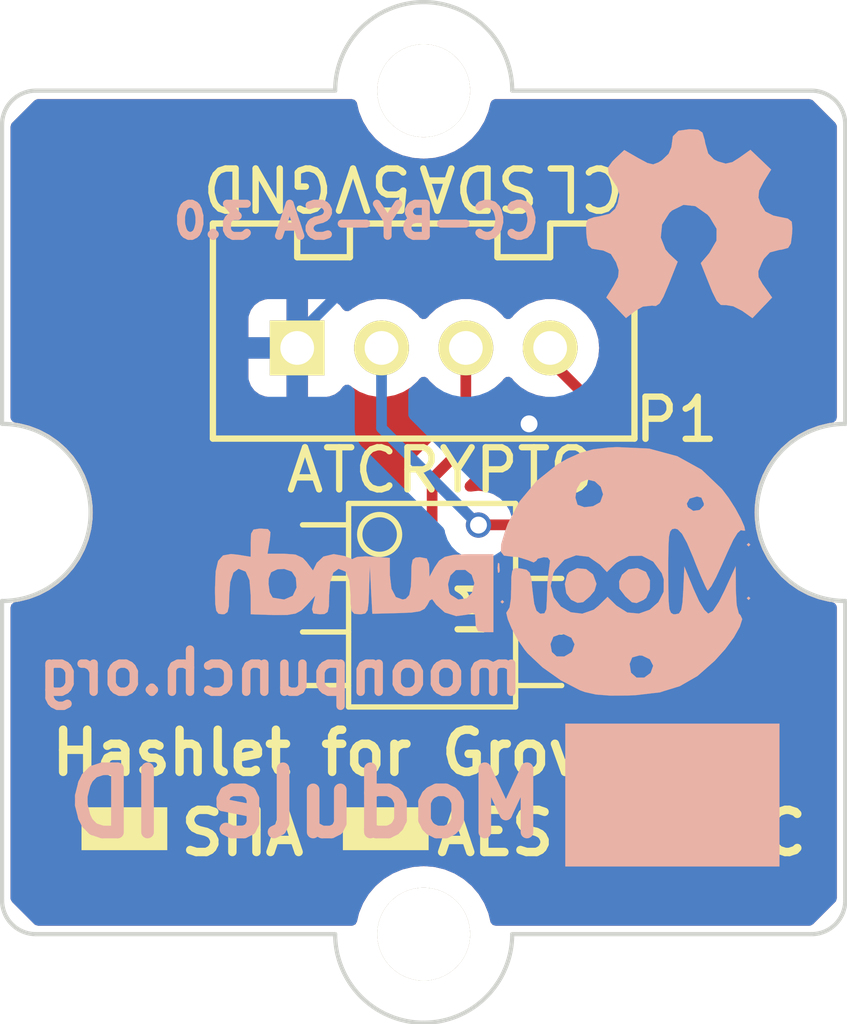
<source format=kicad_pcb>
(kicad_pcb (version 20221018) (generator pcbnew)
  (layers (0 "F.Cu" signal) (31 "B.Cu" signal) (34 "B.Paste" user) (35 "F.Paste" user) (36 "B.SilkS" user) (37 "F.SilkS" user) (38 "B.Mask" user) (39 "F.Mask" user) (44 "Edge.Cuts" user))
  (net 0 "")
  (net 1 "/SCL")
  (net 2 "/SDA")
  (net 3 "/VCC")
  (net 4 "GND")
  (footprint "so-8" (layer "F.Cu") (at 210.2 142.2 -90)
    (fp_text reference "U1" (at 0 -1.016 270) (layer "F.SilkS") (effects (font (size 0.7493 0.7493) (thickness 0.14986))))
    (fp_text value "ATCRYPTO" (at -3.2 -0.2) (layer "F.SilkS") (effects (font (thickness 0.14986))))
    (fp_line (start -2.413 -1.9812) (end -2.413 1.9812) (stroke (width 0.127)) (layer "F.SilkS"))
    (fp_line (start -2.413 1.9812) (end 2.413 1.9812) (stroke (width 0.127)) (layer "F.SilkS"))
    (fp_line (start -1.905 -1.9812) (end -1.905 -3.0734) (stroke (width 0.127)) (layer "F.SilkS"))
    (fp_line (start -1.905 3.0734) (end -1.905 1.9812) (stroke (width 0.127)) (layer "F.SilkS"))
    (fp_line (start -0.635 -1.9812) (end -0.635 -3.0734) (stroke (width 0.127)) (layer "F.SilkS"))
    (fp_line (start -0.635 3.0734) (end -0.635 1.9812) (stroke (width 0.127)) (layer "F.SilkS"))
    (fp_line (start 0.635 -1.9812) (end 0.635 -3.0734) (stroke (width 0.127)) (layer "F.SilkS"))
    (fp_line (start 0.635 3.0734) (end 0.635 1.9812) (stroke (width 0.127)) (layer "F.SilkS"))
    (fp_line (start 1.905 -3.0734) (end 1.905 -1.9812) (stroke (width 0.127)) (layer "F.SilkS"))
    (fp_line (start 1.905 1.9812) (end 1.905 3.0734) (stroke (width 0.127)) (layer "F.SilkS"))
    (fp_line (start 2.413 -1.9812) (end -2.413 -1.9812) (stroke (width 0.127)) (layer "F.SilkS"))
    (fp_line (start 2.413 1.9812) (end 2.413 -1.9812) (stroke (width 0.127)) (layer "F.SilkS"))
    (fp_circle (center -1.6764 1.2446) (end -1.9558 1.6256) (stroke (width 0.127)) (fill none) (layer "F.SilkS"))
    (pad "1" smd rect (at -1.905 2.794 270) (size 0.635 1.27) (layers "F.Cu" "F.Paste" "F.Mask"))
    (pad "2" smd rect (at -0.635 2.794 270) (size 0.635 1.27) (layers "F.Cu" "F.Paste" "F.Mask"))
    (pad "3" smd rect (at 0.635 2.794 270) (size 0.635 1.27) (layers "F.Cu" "F.Paste" "F.Mask"))
    (pad "4" smd rect (at 1.905 2.794 270) (size 0.635 1.27) (layers "F.Cu" "F.Paste" "F.Mask") (net 4 "GND"))
    (pad "5" smd rect (at 1.905 -2.794 270) (size 0.635 1.27) (layers "F.Cu" "F.Paste" "F.Mask") (net 2 "/SDA"))
    (pad "6" smd rect (at 0.635 -2.794 270) (size 0.635 1.27) (layers "F.Cu" "F.Paste" "F.Mask") (net 1 "/SCL"))
    (pad "7" smd rect (at -0.635 -2.794 270) (size 0.635 1.27) (layers "F.Cu" "F.Paste" "F.Mask"))
    (pad "8" smd rect (at -1.905 -2.794 270) (size 0.635 1.27) (layers "F.Cu" "F.Paste" "F.Mask") (net 3 "/VCC"))
  )
  (footprint "TWIG_2.0" (layer "F.Cu") (at 210 136.1)
    (fp_text reference "P1" (at 6 1.7) (layer "F.SilkS"))
    (fp_text value "TWIG_2.0" hide)
    (fp_line (start -5 -2.95) (end -5 2.15) (stroke (width 0.15)) (layer "F.SilkS"))
    (fp_line (start -5 2.15) (end 5 2.15) (stroke (width 0.15)) (layer "F.SilkS"))
    (fp_line (start -3 -2.95) (end -5 -2.95) (stroke (width 0.15)) (layer "F.SilkS"))
    (fp_line (start -3 -2.15) (end -3 -2.95) (stroke (width 0.15)) (layer "F.SilkS"))
    (fp_line (start -1.75 -2.95) (end -1.75 -2.15) (stroke (width 0.15)) (layer "F.SilkS"))
    (fp_line (start -1.75 -2.15) (end -3 -2.15) (stroke (width 0.15)) (layer "F.SilkS"))
    (fp_line (start 1.75 -2.95) (end -1.75 -2.95) (stroke (width 0.15)) (layer "F.SilkS"))
    (fp_line (start 1.75 -2.15) (end 1.75 -2.95) (stroke (width 0.15)) (layer "F.SilkS"))
    (fp_line (start 3 -2.95) (end 3 -2.15) (stroke (width 0.15)) (layer "F.SilkS"))
    (fp_line (start 3 -2.15) (end 1.75 -2.15) (stroke (width 0.15)) (layer "F.SilkS"))
    (fp_line (start 5 -2.95) (end 3 -2.95) (stroke (width 0.15)) (layer "F.SilkS"))
    (fp_line (start 5 2.15) (end 5 -2.95) (stroke (width 0.15)) (layer "F.SilkS"))
    (pad "1" thru_hole rect (at -3 0) (size 1.3 1.3) (drill 0.8) (layers "*.Cu" "*.Mask" "F.SilkS") (net 4 "GND"))
    (pad "2" thru_hole circle (at -1 0) (size 1.3 1.3) (drill 0.8) (layers "*.Cu" "*.Mask" "F.SilkS") (net 3 "/VCC"))
    (pad "3" thru_hole circle (at 1 0) (size 1.3 1.3) (drill 0.8) (layers "*.Cu" "*.Mask" "F.SilkS") (net 2 "/SDA"))
    (pad "4" thru_hole circle (at 3 0) (size 1.3 1.3) (drill 0.8) (layers "*.Cu" "*.Mask" "F.SilkS") (net 1 "/SCL"))
  )
  (footprint "CHIPPAD" (layer "F.Cu") (at 202.9 147.5)
    (fp_text reference "G***" hide)
    (fp_text value "CHIPPAD" hide)
    (fp_poly (pts (xy 1.016 0.508) (xy 0 0.508) (xy -1.016 0.508) (xy -1.016 0) (xy -1.016 -0.508) (xy 0 -0.508) (xy 1.016 -0.508) (xy 1.016 0) (xy 1.016 0.508)) (stroke (width 0.00254)) (fill solid) (layer "F.SilkS"))
  )
  (footprint "CHIPPAD" (layer "F.Cu") (at 209.1 147.5)
    (fp_text reference "G***" hide)
    (fp_text value "CHIPPAD" hide)
    (fp_poly (pts (xy 1.016 0.508) (xy 0 0.508) (xy -1.016 0.508) (xy -1.016 0) (xy -1.016 -0.508) (xy 0 -0.508) (xy 1.016 -0.508) (xy 1.016 0) (xy 1.016 0.508)) (stroke (width 0.00254)) (fill solid) (layer "F.SilkS"))
  )
  (footprint "CHIPPAD" (layer "F.Cu") (at 215 147.5)
    (fp_text reference "G***" hide)
    (fp_text value "CHIPPAD" hide)
    (fp_poly (pts (xy 1.016 0.508) (xy 0 0.508) (xy -1.016 0.508) (xy -1.016 0) (xy -1.016 -0.508) (xy 0 -0.508) (xy 1.016 -0.508) (xy 1.016 0) (xy 1.016 0.508)) (stroke (width 0.00254)) (fill solid) (layer "F.SilkS"))
  )
  (footprint "1pin" (layer "F.Cu") (at 210 130)
    (fp_text reference "HoleA" hide)
    (fp_text value "P***" hide)
    (pad "1" thru_hole circle (at 0 0) (size 2.2 2.2) (drill 2.2) (layers "*.Cu" "*.Mask" "F.SilkS"))
  )
  (footprint "1pin" (layer "F.Cu") (at 210 150)
    (fp_text reference "HoleB" hide)
    (fp_text value "P***" hide)
    (pad "1" thru_hole circle (at 0 0) (size 2.2 2.2) (drill 2.2) (layers "*.Cu" "*.Mask" "F.SilkS"))
  )
  (footprint "OSHW" (layer "B.Cu") (at 216.3 133.2)
    (fp_text reference "G***" hide)
    (fp_text value "LOGO" hide)
    (fp_poly (pts (xy 2.44602 0.06604) (xy 2.4384 0.19812) (xy 2.41046 0.42164) (xy 2.34442 0.52832) (xy 2.1971 0.56896) (xy 2.1336 0.57658) (xy 1.91262 0.635) (xy 1.76784 0.78994) (xy 1.71958 0.88392) (xy 1.6383 1.0795) (xy 1.64338 1.2192) (xy 1.7399 1.38684) (xy 1.77546 1.4351) (xy 1.96596 1.70434) (xy 1.73228 1.94818) (xy 1.4986 2.19456) (xy 1.25222 2.0193) (xy 1.04394 1.91262) (xy 0.86106 1.88214) (xy 0.84582 1.88468) (xy 0.74676 1.8796) (xy 0.65278 1.78562) (xy 0.5461 1.57226) (xy 0.48006 1.4097) (xy 0.27178 0.889) (xy 0.47498 0.65024) (xy 0.64516 0.3556) (xy 0.6477 0.07366) (xy 0.48006 -0.20574) (xy 0.42926 -0.26162) (xy 0.14478 -0.46228) (xy -0.13716 -0.49276) (xy -0.40894 -0.35814) (xy -0.4699 -0.30226) (xy -0.64516 -0.0254) (xy -0.67564 0.28194) (xy -0.56388 0.56642) (xy -0.47752 0.66802) (xy -0.27432 0.85598) (xy -0.49022 1.39954) (xy -0.61214 1.68656) (xy -0.70358 1.84658) (xy -0.79248 1.905) (xy -0.88646 1.89738) (xy -1.10236 1.92024) (xy -1.2827 2.02184) (xy -1.50114 2.19202) (xy -1.73482 1.94818) (xy -1.9685 1.70434) (xy -1.79578 1.4224) (xy -1.6891 1.2192) (xy -1.67386 1.05918) (xy -1.73736 0.87122) (xy -1.85928 0.6731) (xy -2.04216 0.58928) (xy -2.1336 0.57658) (xy -2.3114 0.5461) (xy -2.39776 0.46482) (xy -2.43332 0.28448) (xy -2.44094 0.1905) (xy -2.44856 -0.03556) (xy -2.40538 -0.14732) (xy -2.26314 -0.19812) (xy -2.12852 -0.22098) (xy -1.88976 -0.28194) (xy -1.76022 -0.39878) (xy -1.69926 -0.52832) (xy -1.65608 -0.73914) (xy -1.71704 -0.92202) (xy -1.78054 -1.01854) (xy -1.91262 -1.22936) (xy -1.92786 -1.37668) (xy -1.82626 -1.52146) (xy -1.74498 -1.60274) (xy -1.54178 -1.79324) (xy -1.2065 -1.6002) (xy -0.99314 -1.4859) (xy -0.85852 -1.45288) (xy -0.73406 -1.4986) (xy -0.6477 -1.55194) (xy -0.49022 -1.70434) (xy -0.42418 -1.85928) (xy -0.38862 -2.11836) (xy -0.25654 -2.25044) (xy -0.00254 -2.286) (xy 0 -2.286) (xy 0.21082 -2.27584) (xy 0.31242 -2.20726) (xy 0.36576 -2.032) (xy 0.37846 -1.9558) (xy 0.44958 -1.70942) (xy 0.58674 -1.56972) (xy 0.67818 -1.524) (xy 0.8636 -1.47066) (xy 1.02108 -1.50622) (xy 1.18618 -1.61036) (xy 1.45034 -1.79832) (xy 1.69672 -1.56464) (xy 1.9431 -1.32842) (xy 1.7653 -1.0414) (xy 1.65608 -0.83058) (xy 1.64084 -0.66548) (xy 1.69164 -0.51308) (xy 1.8034 -0.33528) (xy 1.9939 -0.23876) (xy 2.12852 -0.21082) (xy 2.33934 -0.16764) (xy 2.43078 -0.09398) (xy 2.44602 0.06604)) (stroke (width 0.00254)) (fill solid) (layer "B.SilkS"))
  )
  (footprint "LOGO" (layer "B.Cu") (at 215.9 146.7)
    (fp_text reference "G***" hide)
    (fp_text value "LOGO" hide)
    (fp_poly (pts (xy 2.54 1.69418) (xy 0 1.69418) (xy -2.54 1.69418) (xy -2.54 0) (xy -2.54 -1.69164) (xy 0 -1.69164) (xy 2.54 -1.69164) (xy 2.54 0) (xy 2.54 1.69418)) (stroke (width 0.00254)) (fill solid) (layer "B.SilkS"))
  )
  (footprint "MOONPUNCHLOGO" (layer "B.Cu") (at 211.4 141.4)
    (fp_text reference "G***" hide)
    (fp_text value "MOONPUNCHLOGO" hide)
    (fp_poly (pts (xy 0.508 0.72136) (xy 0.46482 0.762) (xy 0.42164 0.72136) (xy 0.46482 0.67818) (xy 0.508 0.72136)) (stroke (width 0.00254)) (fill solid) (layer "B.SilkS"))
    (fp_poly (pts (xy 6.35 -0.635) (xy 6.30682 -0.59182) (xy 6.26364 -0.635) (xy 6.30682 -0.67564) (xy 6.35 -0.635)) (stroke (width 0.00254)) (fill solid) (layer "B.SilkS"))
    (fp_poly (pts (xy 6.35 0.635) (xy 6.30682 0.67818) (xy 6.26364 0.635) (xy 6.30682 0.59436) (xy 6.35 0.635)) (stroke (width 0.00254)) (fill solid) (layer "B.SilkS"))
    (fp_poly (pts (xy 0.40386 -0.01778) (xy 0.3937 0.02286) (xy 0.36322 0.03302) (xy 0.35052 -0.08382) (xy 0.36322 -0.2032) (xy 0.3937 -0.1905) (xy 0.40386 -0.01778)) (stroke (width 0.00254)) (fill solid) (layer "B.SilkS"))
    (fp_poly (pts (xy 2.70002 0.2921) (xy 2.65176 0.45974) (xy 2.54 0.59436) (xy 2.37998 0.72898) (xy 2.2479 0.74422) (xy 2.0955 0.67056) (xy 1.98374 0.5207) (xy 1.94818 0.29972) (xy 1.99898 0.08636) (xy 2.04724 0.01778) (xy 2.23774 -0.0762) (xy 2.45364 -0.05588) (xy 2.61366 0.06604) (xy 2.62128 0.07874) (xy 2.70002 0.2921)) (stroke (width 0.00254)) (fill solid) (layer "B.SilkS"))
    (fp_poly (pts (xy 3.96748 0.20574) (xy 3.96494 0.43434) (xy 3.87858 0.62484) (xy 3.81508 0.67564) (xy 3.65252 0.7493) (xy 3.54076 0.73152) (xy 3.39852 0.60452) (xy 3.38582 0.59436) (xy 3.24358 0.40894) (xy 3.23596 0.23622) (xy 3.30454 0.07874) (xy 3.45694 -0.0508) (xy 3.6703 -0.07874) (xy 3.86588 0.00762) (xy 3.87604 0.01778) (xy 3.96748 0.20574)) (stroke (width 0.00254)) (fill solid) (layer "B.SilkS"))
    (fp_poly (pts (xy 0.254 1.44018) (xy 0.04064 1.44018) (xy -0.11176 1.41224) (xy -0.1651 1.2954) (xy -0.17018 1.18872) (xy -0.18288 1.016) (xy -0.19812 1.00584) (xy -0.19812 0.27432) (xy -0.26162 0.07874) (xy -0.41402 -0.0381) (xy -0.62738 -0.03302) (xy -0.63754 -0.03048) (xy -0.76708 0.09652) (xy -0.82296 0.30226) (xy -0.79248 0.50292) (xy -0.762 0.55118) (xy -0.57912 0.66548) (xy -0.38354 0.63754) (xy -0.254 0.50546) (xy -0.19812 0.27432) (xy -0.19812 1.00584) (xy -0.24892 0.98044) (xy -0.36322 1.02362) (xy -0.62738 1.05918) (xy -0.89916 0.97282) (xy -1.10744 0.78486) (xy -1.11506 0.77216) (xy -1.19888 0.65786) (xy -1.2573 0.68834) (xy -1.31064 0.78994) (xy -1.37922 0.88646) (xy -1.49352 0.94488) (xy -1.69418 0.97536) (xy -2.01168 0.98806) (xy -2.61874 1.0033) (xy -2.64922 0.43942) (xy -2.67716 -0.127) (xy -2.69494 0.4445) (xy -2.70764 0.74676) (xy -2.7305 0.91948) (xy -2.78384 0.99568) (xy -2.88036 1.016) (xy -2.921 1.016) (xy -3.04546 1.0033) (xy -3.10642 0.9398) (xy -3.13182 0.77978) (xy -3.13436 0.56134) (xy -3.1623 0.21082) (xy -3.24612 0.0127) (xy -3.26136 0) (xy -3.41884 -0.0635) (xy -3.5433 0.02794) (xy -3.6195 0.25908) (xy -3.64236 0.56134) (xy -3.64744 0.82296) (xy -3.67792 0.96012) (xy -3.75158 1.00838) (xy -3.86334 1.016) (xy -4.01828 0.99568) (xy -4.04876 0.89916) (xy -4.02844 0.79502) (xy -3.97256 0.57404) (xy -4.16814 0.79502) (xy -4.29768 0.92202) (xy -4.41452 0.98552) (xy -4.41452 0.381) (xy -4.4323 0.1524) (xy -4.52882 0.00254) (xy -4.7117 -0.06096) (xy -4.86918 -0.0508) (xy -5.01904 0.02032) (xy -5.07492 0.1651) (xy -5.08 0.2921) (xy -5.05206 0.49784) (xy -4.98348 0.61722) (xy -4.97586 0.6223) (xy -4.70916 0.66548) (xy -4.50596 0.57658) (xy -4.41452 0.381) (xy -4.41452 0.98552) (xy -4.43738 0.99822) (xy -4.63296 1.03124) (xy -4.93268 1.03378) (xy -5.10286 1.0287) (xy -5.50418 1.016) (xy -5.50418 0.56134) (xy -5.53212 0.21082) (xy -5.61848 0.0127) (xy -5.63118 0) (xy -5.7912 -0.0635) (xy -5.91312 0.02794) (xy -5.98932 0.25908) (xy -6.01218 0.56134) (xy -6.0198 0.8255) (xy -6.05282 0.96266) (xy -6.12648 1.01346) (xy -6.18236 1.016) (xy -6.26872 1.00076) (xy -6.31952 0.93218) (xy -6.34492 0.77216) (xy -6.35 0.49022) (xy -6.35 0.39116) (xy -6.33476 -0.00254) (xy -6.27634 -0.25146) (xy -6.1595 -0.381) (xy -5.96646 -0.41402) (xy -5.80136 -0.39624) (xy -5.50418 -0.34798) (xy -5.50418 -0.68326) (xy -5.49402 -0.89662) (xy -5.43814 -0.99314) (xy -5.30098 -1.016) (xy -5.25526 -1.016) (xy -5.0927 -1.0033) (xy -5.03428 -0.93218) (xy -5.04952 -0.7493) (xy -5.0546 -0.71882) (xy -5.10286 -0.42164) (xy -4.71424 -0.42164) (xy -4.44246 -0.40132) (xy -4.26974 -0.32258) (xy -4.17576 -0.22352) (xy -4.0259 -0.02286) (xy -3.937 -0.2032) (xy -3.77952 -0.35306) (xy -3.53568 -0.41148) (xy -3.27406 -0.36576) (xy -3.22326 -0.34036) (xy -3.09118 -0.2921) (xy -3.05054 -0.31496) (xy -2.97434 -0.34544) (xy -2.77876 -0.35814) (xy -2.62636 -0.35052) (xy -2.20218 -0.32258) (xy -2.20218 0.08382) (xy -2.16408 0.4064) (xy -2.05994 0.60706) (xy -1.89738 0.66548) (xy -1.82372 0.6477) (xy -1.74244 0.5588) (xy -1.7018 0.35052) (xy -1.69418 0.12954) (xy -1.6891 -0.13716) (xy -1.66116 -0.27686) (xy -1.59004 -0.3302) (xy -1.48336 -0.33782) (xy -1.32588 -0.30734) (xy -1.27254 -0.1778) (xy -1.26746 -0.10414) (xy -1.26492 0.127) (xy -1.14046 -0.09906) (xy -1.03632 -0.254) (xy -0.89916 -0.34544) (xy -0.69088 -0.3937) (xy -0.36576 -0.40894) (xy -0.23368 -0.40894) (xy 0.254 -0.40894) (xy 0.254 0.51562) (xy 0.254 1.44018)) (stroke (width 0.00254)) (fill solid) (layer "B.SilkS"))
    (fp_poly (pts (xy 6.22554 -0.96774) (xy 6.18998 -0.96774) (xy 6.1214 -0.9779) (xy 6.0452 -0.91186) (xy 5.9436 -0.74676) (xy 5.80898 -0.45974) (xy 5.66928 -0.14732) (xy 5.53466 0.14224) (xy 5.4229 0.35052) (xy 5.3467 0.44704) (xy 5.32892 0.44704) (xy 5.27558 0.3429) (xy 5.24764 0.2794) (xy 5.24764 -1.60782) (xy 5.18668 -1.75006) (xy 5.08254 -1.778) (xy 4.90728 -1.7272) (xy 4.84124 -1.60782) (xy 4.86664 -1.524) (xy 4.99364 -1.43764) (xy 5.14604 -1.45796) (xy 5.24256 -1.5621) (xy 5.24764 -1.60782) (xy 5.24764 0.2794) (xy 5.17652 0.12192) (xy 5.05206 -0.1778) (xy 4.99872 -0.3175) (xy 4.84632 -0.67564) (xy 4.72694 -0.89408) (xy 4.62534 -0.99822) (xy 4.56184 -1.016) (xy 4.49326 -1.0033) (xy 4.44754 -0.94742) (xy 4.4196 -0.82296) (xy 4.4069 -0.5969) (xy 4.40182 -0.24638) (xy 4.40182 0) (xy 4.40436 0.42926) (xy 4.41198 0.71628) (xy 4.42976 0.89154) (xy 4.46532 0.98044) (xy 4.5212 1.01346) (xy 4.56692 1.016) (xy 4.65582 0.99568) (xy 4.70916 0.91186) (xy 4.73964 0.72898) (xy 4.75742 0.44958) (xy 4.78282 -0.11938) (xy 5.00634 0.42672) (xy 5.13334 0.70358) (xy 5.2578 0.90932) (xy 5.34924 0.99822) (xy 5.35178 0.99822) (xy 5.461 0.93472) (xy 5.60578 0.71374) (xy 5.73786 0.44958) (xy 6.00202 -0.127) (xy 6.00456 0.43688) (xy 6.02488 0.79756) (xy 6.07568 0.99822) (xy 6.11632 1.03886) (xy 6.15696 1.1303) (xy 6.09854 1.31318) (xy 5.95884 1.5621) (xy 5.7531 1.8415) (xy 5.50164 2.1209) (xy 5.09524 2.47904) (xy 4.67614 2.72034) (xy 4.29514 2.83718) (xy 4.29514 0.1905) (xy 4.24688 0.04064) (xy 4.04368 -0.23368) (xy 3.7719 -0.37338) (xy 3.46964 -0.36576) (xy 3.175 -0.20828) (xy 3.12166 -0.16002) (xy 2.9464 0.01524) (xy 2.85496 -0.08382) (xy 2.85496 -1.8288) (xy 2.79908 -2.0066) (xy 2.65938 -2.13614) (xy 2.4765 -2.17932) (xy 2.3241 -2.11328) (xy 2.23012 -1.9558) (xy 2.19964 -1.75006) (xy 2.2479 -1.5875) (xy 2.25552 -1.57988) (xy 2.41046 -1.524) (xy 2.6162 -1.54686) (xy 2.7813 -1.6383) (xy 2.78892 -1.64592) (xy 2.85496 -1.8288) (xy 2.85496 -0.08382) (xy 2.78384 -0.16002) (xy 2.51206 -0.34798) (xy 2.21742 -0.38354) (xy 1.94056 -0.2794) (xy 1.71958 -0.0381) (xy 1.6764 0.04064) (xy 1.6129 0.3429) (xy 1.68402 0.61468) (xy 1.8542 0.83058) (xy 2.09042 0.96774) (xy 2.3622 1.00076) (xy 2.63398 0.90678) (xy 2.75336 0.80772) (xy 2.96164 0.60198) (xy 3.16992 0.80772) (xy 3.429 0.97282) (xy 3.70586 0.99822) (xy 3.9624 0.90678) (xy 4.16814 0.72644) (xy 4.2926 0.48006) (xy 4.29514 0.1905) (xy 4.29514 2.83718) (xy 4.2037 2.86766) (xy 4.04368 2.88544) (xy 4.04368 2.2352) (xy 3.96494 2.0828) (xy 3.7846 1.99644) (xy 3.71602 1.99136) (xy 3.54584 2.03962) (xy 3.48488 2.19202) (xy 3.5179 2.4003) (xy 3.64998 2.51714) (xy 3.83032 2.51714) (xy 3.98272 2.40538) (xy 4.04368 2.2352) (xy 4.04368 2.88544) (xy 3.62966 2.9337) (xy 3.46964 2.94132) (xy 3.01752 2.94386) (xy 2.68732 2.91846) (xy 2.4257 2.86004) (xy 2.30632 2.81686) (xy 2.17932 2.75082) (xy 2.17932 1.7272) (xy 2.10312 1.57226) (xy 1.92278 1.48844) (xy 1.8542 1.48336) (xy 1.6764 1.5494) (xy 1.60782 1.72212) (xy 1.64084 1.91008) (xy 1.75514 2.01422) (xy 1.93294 2.01676) (xy 2.10312 1.9177) (xy 2.1209 1.89738) (xy 2.17932 1.7272) (xy 2.17932 2.75082) (xy 1.85166 2.58064) (xy 1.41732 2.2733) (xy 1.06426 1.94056) (xy 0.98806 1.84658) (xy 0.8255 1.60782) (xy 0.68834 1.35636) (xy 0.59436 1.13284) (xy 0.5588 0.9779) (xy 0.58928 0.93218) (xy 0.63754 0.85344) (xy 0.66802 0.65024) (xy 0.67564 0.4191) (xy 0.67818 0.13462) (xy 0.70104 -0.01524) (xy 0.75946 -0.07366) (xy 0.87122 -0.07366) (xy 0.90932 -0.06858) (xy 1.03886 -0.04064) (xy 1.11506 0.02794) (xy 1.1557 0.18542) (xy 1.18364 0.46482) (xy 1.22174 0.76454) (xy 1.27508 0.92964) (xy 1.3589 0.99822) (xy 1.37414 1.00076) (xy 1.46304 0.99314) (xy 1.50876 0.89662) (xy 1.52146 0.67818) (xy 1.524 0.6096) (xy 1.53416 0.29972) (xy 1.5621 0.01016) (xy 1.5748 -0.07366) (xy 1.59766 -0.25654) (xy 1.54432 -0.32766) (xy 1.4478 -0.33782) (xy 1.30556 -0.30226) (xy 1.27 -0.25146) (xy 1.20904 -0.21336) (xy 1.08204 -0.26416) (xy 0.8509 -0.33782) (xy 0.65786 -0.3556) (xy 0.50292 -0.37592) (xy 0.4318 -0.46736) (xy 0.43942 -0.6477) (xy 0.52832 -0.94742) (xy 0.5969 -1.13538) (xy 0.87376 -1.66116) (xy 1.27762 -2.14376) (xy 1.77038 -2.53746) (xy 2.00152 -2.66954) (xy 2.31648 -2.81178) (xy 2.61874 -2.8956) (xy 2.97942 -2.93878) (xy 3.1877 -2.94894) (xy 3.94716 -2.91338) (xy 4.61518 -2.73304) (xy 5.1943 -2.413) (xy 5.6769 -1.95326) (xy 5.83438 -1.74498) (xy 5.9944 -1.49352) (xy 6.12394 -1.25476) (xy 6.20522 -1.06934) (xy 6.22554 -0.96774)) (stroke (width 0.00254)) (fill solid) (layer "B.SilkS"))
  )
  (gr_line (start 200.8 130) (end 207.9 130) (stroke (width 0.1)) (layer "Edge.Cuts"))
  (gr_arc (start 219.2 130) (mid 219.765685 130.234315) (end 220 130.8) (stroke (width 0.1)) (layer "Edge.Cuts"))
  (gr_arc (start 217.9 140) (mid 218.515076 138.515076) (end 220 137.9) (stroke (width 0.1)) (layer "Edge.Cuts"))
  (gr_arc (start 212.1 150) (mid 211.484924 151.484924) (end 210 152.1) (stroke (width 0.1)) (layer "Edge.Cuts"))
  (gr_arc (start 202.1 140) (mid 201.484924 141.484924) (end 200 142.1) (stroke (width 0.1)) (layer "Edge.Cuts"))
  (gr_arc (start 210 127.9) (mid 211.484924 128.515076) (end 212.1 130) (stroke (width 0.1)) (layer "Edge.Cuts"))
  (gr_arc (start 200.8 150) (mid 200.234315 149.765685) (end 200 149.2) (stroke (width 0.1)) (layer "Edge.Cuts"))
  (gr_line (start 220 130.8) (end 220 137.9) (stroke (width 0.1)) (layer "Edge.Cuts"))
  (gr_arc (start 207.9 130) (mid 208.515076 128.515076) (end 210 127.9) (stroke (width 0.1)) (layer "Edge.Cuts"))
  (gr_arc (start 210 152.1) (mid 208.515076 151.484924) (end 207.9 150) (stroke (width 0.1)) (layer "Edge.Cuts"))
  (gr_line (start 207.9 150) (end 200.8 150) (stroke (width 0.1)) (layer "Edge.Cuts"))
  (gr_arc (start 200 137.9) (mid 201.484924 138.515076) (end 202.1 140) (stroke (width 0.1)) (layer "Edge.Cuts"))
  (gr_line (start 200 149.2) (end 200 142.1) (stroke (width 0.1)) (layer "Edge.Cuts"))
  (gr_arc (start 220 149.2) (mid 219.765685 149.765685) (end 219.2 150) (stroke (width 0.1)) (layer "Edge.Cuts"))
  (gr_line (start 219.2 150) (end 212.1 150) (stroke (width 0.1)) (layer "Edge.Cuts"))
  (gr_arc (start 200 130.8) (mid 200.234315 130.234315) (end 200.8 130) (stroke (width 0.1)) (layer "Edge.Cuts"))
  (gr_line (start 200 137.9) (end 200 130.8) (stroke (width 0.1)) (layer "Edge.Cuts"))
  (gr_arc (start 220 142.1) (mid 218.515076 141.484924) (end 217.9 140) (stroke (width 0.1)) (layer "Edge.Cuts"))
  (gr_line (start 220 142.1) (end 220 149.2) (stroke (width 0.1)) (layer "Edge.Cuts"))
  (gr_line (start 212.1 130) (end 219.2 130) (stroke (width 0.1)) (layer "Edge.Cuts"))
  (gr_text "moonpunch.org" (at 206.6 143.8) (layer "B.SilkS") (effects (font (size 1 1) (thickness 0.2)) (justify mirror)))
  (gr_text "CC-BY-SA 3.0\n" (at 208.4 133.1) (layer "B.SilkS") (effects (font (size 0.762 0.762) (thickness 0.1905)) (justify mirror)))
  (gr_text "Module ID" (at 207.2 146.9) (layer "B.SilkS") (effects (font (size 1.5 1.5) (thickness 0.3)) (justify mirror)))
  (gr_text "SHA" (at 205.7 147.6) (layer "F.SilkS") (effects (font (size 1 1) (thickness 0.2))))
  (gr_text "SCL" (at 214.3 132.3 180) (layer "F.SilkS") (effects (font (size 1 1) (thickness 0.1524))))
  (gr_text "SDA" (at 211.3 132.3 180) (layer "F.SilkS") (effects (font (size 1 1) (thickness 0.1524))))
  (gr_text "ECC" (at 217.6 147.6) (layer "F.SilkS") (effects (font (size 1 1) (thickness 0.2))))
  (gr_text "5V" (at 208.8 132.3 180) (layer "F.SilkS") (effects (font (size 1 1) (thickness 0.1524))))
  (gr_text "AES" (at 211.7 147.6) (layer "F.SilkS") (effects (font (size 1 1) (thickness 0.2))))
  (gr_text "Hashlet for Grove" (at 207.9 145.7) (layer "F.SilkS") (effects (font (size 1 1) (thickness 0.2))))
  (gr_text "GND" (at 206.3 132.3 180) (layer "F.SilkS") (effects (font (size 1 1) (thickness 0.1524))))
  (segment (start 213 136.4) (end 215.2 138.6) (width 0.254) (layer "F.Cu") (net 1))
  (segment (start 215.2 138.6) (end 215.2 138.9) (width 0.254) (layer "F.Cu") (net 1))
  (segment (start 215.2 138.9) (end 214.4 139.7) (width 0.254) (layer "F.Cu") (net 1))
  (segment (start 214.4 139.7) (end 214.4 140.6) (width 0.254) (layer "F.Cu") (net 1))
  (segment (start 214.4 140.6) (end 215.3 141.5) (width 0.254) (layer "F.Cu") (net 1))
  (segment (start 215.3 141.5) (end 215.3 142.2) (width 0.254) (layer "F.Cu") (net 1))
  (segment (start 215.3 142.2) (end 214.665 142.835) (width 0.254) (layer "F.Cu") (net 1))
  (segment (start 214.665 142.835) (end 212.994 142.835) (width 0.254) (layer "F.Cu") (net 1))
  (segment (start 213 136.1) (end 213 136.4) (width 0.254) (layer "F.Cu") (net 1))
  (segment (start 211 138.4) (end 210.2 139.2) (width 0.254) (layer "F.Cu") (net 2))
  (segment (start 210.2 139.2) (end 210.2 142.6) (width 0.254) (layer "F.Cu") (net 2))
  (segment (start 210.2 142.6) (end 211.705 144.105) (width 0.254) (layer "F.Cu") (net 2))
  (segment (start 211.705 144.105) (end 212.994 144.105) (width 0.254) (layer "F.Cu") (net 2))
  (segment (start 211 136.1) (end 211 138.4) (width 0.254) (layer "F.Cu") (net 2))
  (segment (start 211.3 140.3) (end 211.305 140.295) (width 0.254) (layer "F.Cu") (net 3))
  (segment (start 211.305 140.295) (end 212.994 140.295) (width 0.254) (layer "F.Cu") (net 3))
  (via (at 211.3 140.3) (size 0.6) (drill 0.4) (layers "F.Cu" "B.Cu") (net 3))
  (segment (start 209 138) (end 211.3 140.3) (width 0.254) (layer "B.Cu") (net 3))
  (segment (start 209 136.1) (end 209 138) (width 0.254) (layer "B.Cu") (net 3))
  (segment (start 207 137.4) (end 205.5 138.9) (width 0.254) (layer "F.Cu") (net 4))
  (segment (start 205.5 138.9) (end 205.5 143.5) (width 0.254) (layer "F.Cu") (net 4))
  (segment (start 205.5 143.5) (end 206.105 144.105) (width 0.254) (layer "F.Cu") (net 4))
  (segment (start 206.105 144.105) (end 207.406 144.105) (width 0.254) (layer "F.Cu") (net 4))
  (segment (start 207 136.1) (end 207 137.4) (width 0.254) (layer "F.Cu") (net 4))
  (via (at 212.5 137.9) (size 0.6) (drill 0.4) (layers "F.Cu" "B.Cu") (net 4))
  (segment (start 207 135.8) (end 208.1 134.7) (width 0.254) (layer "B.Cu") (net 4))
  (segment (start 208.1 134.7) (end 213.7 134.7) (width 0.254) (layer "B.Cu") (net 4))
  (segment (start 213.7 134.7) (end 214.4 135.4) (width 0.254) (layer "B.Cu") (net 4))
  (segment (start 214.4 135.4) (end 214.4 136.9) (width 0.254) (layer "B.Cu") (net 4))
  (segment (start 214.4 136.9) (end 213.4 137.9) (width 0.254) (layer "B.Cu") (net 4))
  (segment (start 213.4 137.9) (end 212.5 137.9) (width 0.254) (layer "B.Cu") (net 4))
  (segment (start 207 136.1) (end 207 135.8) (width 0.254) (layer "B.Cu") (net 4))
  (zone (net 4) (net_name "GND") (layer "F.Cu") (connect_pads (clearance 0.508)) (min_thickness 0.254) (fill yes (thermal_gap 0.508) (thermal_bridge_width 0.508))
    (polygon (pts (xy 200.8 130.2) (xy 219.2 130.2) (xy 219.8 130.8) (xy 219.8 149.2) (xy 219.2 149.8) (xy 200.8 149.8) (xy 200.2 149.2) (xy 200.2 130.8)))
  )
  (zone (net 4) (net_name "GND") (layer "B.Cu") (connect_pads (clearance 0.508)) (min_thickness 0.254) (fill yes (thermal_gap 0.508) (thermal_bridge_width 0.508))
    (polygon (pts (xy 200.8 130.2) (xy 219.2 130.2) (xy 219.8 130.8) (xy 219.8 149.2) (xy 219.2 149.8) (xy 200.8 149.8) (xy 200.2 149.2) (xy 200.2 130.8)))
  )
)
</source>
